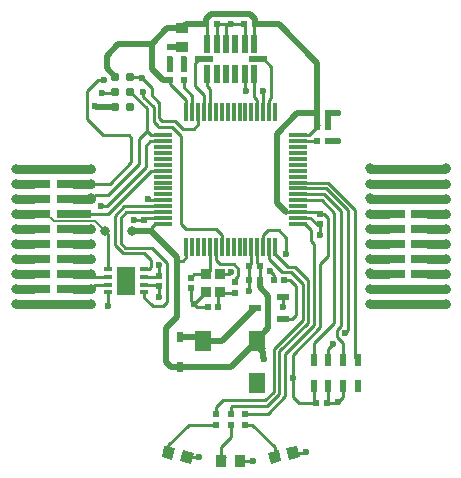
<source format=gtl>
G04 #@! TF.FileFunction,Copper,L1,Top,Signal*
%FSLAX46Y46*%
G04 Gerber Fmt 4.6, Leading zero omitted, Abs format (unit mm)*
G04 Created by KiCad (PCBNEW 4.1.0-alpha+201605071002+6776~44~ubuntu14.04.1-product) date Mon 23 May 2016 12:47:56 BST*
%MOMM*%
%LPD*%
G01*
G04 APERTURE LIST*
%ADD10C,0.100000*%
%ADD11R,0.620000X0.620000*%
%ADD12R,1.000000X0.950000*%
%ADD13R,0.950000X1.000000*%
%ADD14R,0.650000X0.350000*%
%ADD15R,0.800000X0.800000*%
%ADD16R,1.550000X2.400000*%
%ADD17R,0.550000X1.545000*%
%ADD18R,1.545000X0.550000*%
%ADD19R,0.600000X1.100000*%
%ADD20C,0.787000*%
%ADD21R,1.000000X0.600000*%
%ADD22R,2.920000X0.740000*%
%ADD23R,0.300000X1.500000*%
%ADD24R,1.500000X0.300000*%
%ADD25R,0.850000X0.950000*%
%ADD26R,1.400000X1.700000*%
%ADD27R,0.500000X0.900000*%
%ADD28C,0.600000*%
%ADD29C,0.800000*%
%ADD30C,0.280000*%
%ADD31C,0.740000*%
%ADD32C,0.500000*%
%ADD33C,0.200000*%
G04 APERTURE END LIST*
D10*
D11*
X93900000Y-103350000D03*
X93900000Y-104250000D03*
D12*
X95900000Y-82400000D03*
X95900000Y-84000000D03*
D11*
X97950000Y-82050000D03*
X98850000Y-82050000D03*
X102050000Y-82050000D03*
X101150000Y-82050000D03*
X107250000Y-114100000D03*
X108150000Y-114100000D03*
D10*
G36*
X96856494Y-118311458D02*
X96623049Y-119283828D01*
X95699298Y-119062054D01*
X95932743Y-118089684D01*
X96856494Y-118311458D01*
X96856494Y-118311458D01*
G37*
G36*
X95300702Y-117937946D02*
X95067257Y-118910316D01*
X94143506Y-118688542D01*
X94376951Y-117716172D01*
X95300702Y-117937946D01*
X95300702Y-117937946D01*
G37*
D13*
X100800000Y-119000000D03*
X99200000Y-119000000D03*
D10*
G36*
X105623049Y-117716172D02*
X105856494Y-118688542D01*
X104932743Y-118910316D01*
X104699298Y-117937946D01*
X105623049Y-117716172D01*
X105623049Y-117716172D01*
G37*
G36*
X104067257Y-118089684D02*
X104300702Y-119062054D01*
X103376951Y-119283828D01*
X103143506Y-118311458D01*
X104067257Y-118089684D01*
X104067257Y-118089684D01*
G37*
D14*
X92700000Y-104750000D03*
X92700000Y-104100000D03*
X92700000Y-103450000D03*
X92700000Y-102800000D03*
X89600000Y-102800000D03*
X89600000Y-103450000D03*
X89600000Y-104100000D03*
X89600000Y-104750000D03*
D15*
X91150000Y-104375000D03*
X91150000Y-103175000D03*
X91150000Y-104375000D03*
X91150000Y-103175000D03*
D16*
X91150000Y-103775000D03*
D17*
X102000000Y-83700000D03*
X101200000Y-83700000D03*
X100400000Y-83700000D03*
X99600000Y-83700000D03*
X98800000Y-83700000D03*
X98000000Y-83700000D03*
X98000000Y-86295000D03*
X98800000Y-86295000D03*
X99600000Y-86295000D03*
X100400000Y-86295000D03*
X101200000Y-86295000D03*
X102000000Y-86295000D03*
D18*
X102297500Y-85000000D03*
X97702500Y-85000000D03*
D19*
X107025000Y-112700000D03*
X108275000Y-112700000D03*
X109525000Y-112700000D03*
X110775000Y-112700000D03*
X110775000Y-110500000D03*
X109525000Y-110500000D03*
X108275000Y-110500000D03*
X107025000Y-110500000D03*
D20*
X90210000Y-86480000D03*
X91480000Y-86480000D03*
X90210000Y-87750000D03*
X91480000Y-87750000D03*
X90210000Y-89020000D03*
X91480000Y-89020000D03*
D21*
X104400000Y-107000000D03*
X104400000Y-105100000D03*
X102100000Y-106050000D03*
D11*
X103650000Y-103700000D03*
X104550000Y-103700000D03*
X98750000Y-115050000D03*
X98750000Y-115950000D03*
X100000000Y-115050000D03*
X100000000Y-115950000D03*
X101250000Y-115050000D03*
X101250000Y-115950000D03*
D22*
X113285000Y-94285000D03*
X116715000Y-94285000D03*
X113285000Y-95555000D03*
X116715000Y-95555000D03*
X113285000Y-96825000D03*
X116715000Y-96825000D03*
X113285000Y-98095000D03*
X116715000Y-98095000D03*
X113285000Y-99365000D03*
X116715000Y-99365000D03*
X113285000Y-100635000D03*
X116715000Y-100635000D03*
X113285000Y-101905000D03*
X116715000Y-101905000D03*
X113285000Y-103175000D03*
X116715000Y-103175000D03*
X113285000Y-104445000D03*
X116715000Y-104445000D03*
X113285000Y-105715000D03*
X116715000Y-105715000D03*
D11*
X96650000Y-104400000D03*
X96650000Y-103500000D03*
X108200000Y-90750000D03*
X107300000Y-90750000D03*
X92700000Y-98650000D03*
X92700000Y-99550000D03*
X101550000Y-103700000D03*
X102450000Y-103700000D03*
X98950000Y-106000000D03*
X98050000Y-106000000D03*
X107550000Y-99000000D03*
X107550000Y-98100000D03*
X94850000Y-85850000D03*
X94850000Y-86750000D03*
X101550000Y-102500000D03*
X102450000Y-102500000D03*
D23*
X96250000Y-100900000D03*
X96750000Y-100900000D03*
X97250000Y-100900000D03*
X97750000Y-100900000D03*
X98250000Y-100900000D03*
X98750000Y-100900000D03*
X99250000Y-100900000D03*
X99750000Y-100900000D03*
X100250000Y-100900000D03*
X100750000Y-100900000D03*
X101250000Y-100900000D03*
X101750000Y-100900000D03*
X102250000Y-100900000D03*
X102750000Y-100900000D03*
X103250000Y-100900000D03*
X103750000Y-100900000D03*
D24*
X105700000Y-98950000D03*
X105700000Y-98450000D03*
X105700000Y-97950000D03*
X105700000Y-97450000D03*
X105700000Y-96950000D03*
X105700000Y-96450000D03*
X105700000Y-95950000D03*
X105700000Y-95450000D03*
X105700000Y-94950000D03*
X105700000Y-94450000D03*
X105700000Y-93950000D03*
X105700000Y-93450000D03*
X105700000Y-92950000D03*
X105700000Y-92450000D03*
X105700000Y-91950000D03*
X105700000Y-91450000D03*
D23*
X103750000Y-89500000D03*
X103250000Y-89500000D03*
X102750000Y-89500000D03*
X102250000Y-89500000D03*
X101750000Y-89500000D03*
X101250000Y-89500000D03*
X100750000Y-89500000D03*
X100250000Y-89500000D03*
X99750000Y-89500000D03*
X99250000Y-89500000D03*
X98750000Y-89500000D03*
X98250000Y-89500000D03*
X97750000Y-89500000D03*
X97250000Y-89500000D03*
X96750000Y-89500000D03*
X96250000Y-89500000D03*
D24*
X94300000Y-91450000D03*
X94300000Y-91950000D03*
X94300000Y-92450000D03*
X94300000Y-92950000D03*
X94300000Y-93450000D03*
X94300000Y-93950000D03*
X94300000Y-94450000D03*
X94300000Y-94950000D03*
X94300000Y-95450000D03*
X94300000Y-95950000D03*
X94300000Y-96450000D03*
X94300000Y-96950000D03*
X94300000Y-97450000D03*
X94300000Y-97950000D03*
X94300000Y-98450000D03*
X94300000Y-98950000D03*
D22*
X83285000Y-94285000D03*
X86715000Y-94285000D03*
X83285000Y-95555000D03*
X86715000Y-95555000D03*
X83285000Y-96825000D03*
X86715000Y-96825000D03*
X83285000Y-98095000D03*
X86715000Y-98095000D03*
X83285000Y-99365000D03*
X86715000Y-99365000D03*
X83285000Y-100635000D03*
X86715000Y-100635000D03*
X83285000Y-101905000D03*
X86715000Y-101905000D03*
X83285000Y-103175000D03*
X86715000Y-103175000D03*
X83285000Y-104445000D03*
X86715000Y-104445000D03*
X83285000Y-105715000D03*
X86715000Y-105715000D03*
D25*
X97925000Y-103225000D03*
X97925000Y-104675000D03*
X99075000Y-104675000D03*
X99075000Y-103225000D03*
D11*
X100350000Y-104800000D03*
X100350000Y-103900000D03*
D26*
X102250000Y-108900000D03*
X97650000Y-108900000D03*
X102250000Y-112400000D03*
D11*
X108200000Y-89550000D03*
X107300000Y-89550000D03*
X96050000Y-86750000D03*
X96050000Y-85850000D03*
X107300000Y-91950000D03*
X108200000Y-91950000D03*
D27*
X95750000Y-111100000D03*
X95750000Y-108500000D03*
D28*
X93900000Y-102450000D03*
D29*
X88200000Y-101900000D03*
D28*
X100000000Y-82050000D03*
X94850000Y-85000000D03*
X96050000Y-85000000D03*
X109100000Y-91950000D03*
X109100000Y-89550000D03*
X93900000Y-105150000D03*
X93000000Y-96809990D03*
X91800000Y-98650000D03*
X107550000Y-99900000D03*
X91150000Y-103775000D03*
X96900000Y-105750000D03*
X100000000Y-103050000D03*
X104400000Y-106000000D03*
X109050000Y-114050000D03*
X106350000Y-118300000D03*
X101850000Y-119000000D03*
X97350000Y-118700000D03*
X89600000Y-105900000D03*
X101550000Y-104600000D03*
X88550000Y-89000000D03*
X94850000Y-84000000D03*
D29*
X111800000Y-105700000D03*
X118200000Y-105700000D03*
X118200000Y-94250000D03*
X111800000Y-94250000D03*
X88200000Y-105750000D03*
X81800000Y-105750000D03*
X88200000Y-94300000D03*
X81800000Y-94300000D03*
X89350000Y-99550000D03*
X91650000Y-99550000D03*
D28*
X102800000Y-110350000D03*
X105250028Y-112000000D03*
D29*
X81800000Y-98100000D03*
X88200000Y-103200000D03*
X88200000Y-104450000D03*
D28*
X92600000Y-87750000D03*
X89100000Y-87900000D03*
X92450000Y-86600000D03*
X89250000Y-86750000D03*
D29*
X88200000Y-95550000D03*
X88200000Y-96800000D03*
D28*
X89000000Y-97400000D03*
D29*
X111800000Y-95550000D03*
X118200000Y-95550000D03*
X111800000Y-96800000D03*
X118200000Y-96850000D03*
X111800000Y-98100000D03*
X118200000Y-98100000D03*
X111800000Y-99350000D03*
X118200000Y-99400000D03*
X111800000Y-100650000D03*
X118200000Y-100650000D03*
X111800000Y-101900000D03*
X118200000Y-101900000D03*
X111800000Y-103150000D03*
X118200000Y-103200000D03*
X111800000Y-104450000D03*
X118200000Y-104450000D03*
X81800000Y-100650000D03*
X81800000Y-99350000D03*
X81800000Y-96850000D03*
X88200000Y-99400000D03*
X81800000Y-95550000D03*
X88200000Y-100650000D03*
X81800000Y-101900000D03*
X81800000Y-103200000D03*
X81800000Y-104450000D03*
D28*
X102700000Y-87700000D03*
X101300000Y-87700000D03*
X104700000Y-101500000D03*
X103300000Y-102900000D03*
X108697445Y-109102555D03*
X109650000Y-108200000D03*
D30*
X93900000Y-103350000D02*
X93900000Y-102450000D01*
X92700000Y-103450000D02*
X93800000Y-103450000D01*
X93800000Y-103450000D02*
X93900000Y-103350000D01*
D31*
X86715000Y-101905000D02*
X88195000Y-101905000D01*
X88195000Y-101905000D02*
X88200000Y-101900000D01*
D30*
X107550000Y-99900000D02*
X107550000Y-99000000D01*
X98850000Y-82050000D02*
X99550000Y-82050000D01*
X99550000Y-82050000D02*
X100000000Y-82050000D01*
X99600000Y-83900000D02*
X99600000Y-82100000D01*
X99600000Y-82100000D02*
X99550000Y-82050000D01*
X100000000Y-82050000D02*
X101150000Y-82050000D01*
X101200000Y-83900000D02*
X101200000Y-82100000D01*
X101200000Y-82100000D02*
X101150000Y-82050000D01*
X98800000Y-83900000D02*
X98800000Y-82100000D01*
X98800000Y-82100000D02*
X98850000Y-82050000D01*
D32*
X94850000Y-85850000D02*
X94850000Y-85000000D01*
X96050000Y-85850000D02*
X96050000Y-85000000D01*
X108200000Y-91950000D02*
X109100000Y-91950000D01*
X108200000Y-89550000D02*
X109100000Y-89550000D01*
X108200000Y-89550000D02*
X108200000Y-90750000D01*
D30*
X93900000Y-104250000D02*
X93900000Y-105150000D01*
X94300000Y-96950000D02*
X93140010Y-96950000D01*
X93140010Y-96950000D02*
X93000000Y-96809990D01*
X92700000Y-98650000D02*
X91800000Y-98650000D01*
X92700000Y-98650000D02*
X92900000Y-98450000D01*
X92900000Y-98450000D02*
X94300000Y-98450000D01*
X101550000Y-102500000D02*
X101550000Y-103700000D01*
X101750000Y-100900000D02*
X101750000Y-102300000D01*
X101750000Y-102300000D02*
X101550000Y-102500000D01*
X96650000Y-105500000D02*
X96900000Y-105750000D01*
X96900000Y-105750000D02*
X97150000Y-106000000D01*
X97925000Y-104725000D02*
X96900000Y-105750000D01*
X96650000Y-104400000D02*
X96650000Y-105500000D01*
X97150000Y-106000000D02*
X98050000Y-106000000D01*
X97925000Y-104675000D02*
X97925000Y-104725000D01*
X99075000Y-103225000D02*
X99825000Y-103225000D01*
X99825000Y-103225000D02*
X100000000Y-103050000D01*
X104400000Y-105100000D02*
X104400000Y-106000000D01*
X108200000Y-90750000D02*
X108200000Y-90650000D01*
X105700000Y-98450000D02*
X106730000Y-98450000D01*
X106730000Y-98450000D02*
X107280000Y-99000000D01*
X107280000Y-99000000D02*
X107650000Y-99000000D01*
X109525000Y-112700000D02*
X109525000Y-113575000D01*
X109525000Y-113575000D02*
X109050000Y-114050000D01*
X108150000Y-114100000D02*
X109000000Y-114100000D01*
X109000000Y-114100000D02*
X109050000Y-114050000D01*
X105277896Y-118313244D02*
X106336756Y-118313244D01*
X106336756Y-118313244D02*
X106350000Y-118300000D01*
X100800000Y-119000000D02*
X101850000Y-119000000D01*
X96277896Y-118686756D02*
X97336756Y-118686756D01*
X97336756Y-118686756D02*
X97350000Y-118700000D01*
X89600000Y-104750000D02*
X89600000Y-105900000D01*
X92700000Y-104100000D02*
X93750000Y-104100000D01*
X93750000Y-104100000D02*
X93900000Y-104250000D01*
X108275000Y-112700000D02*
X108275000Y-113975000D01*
X108275000Y-113975000D02*
X108150000Y-114100000D01*
X98050000Y-104800000D02*
X97925000Y-104675000D01*
X97650000Y-104400000D02*
X97925000Y-104675000D01*
X101550000Y-103700000D02*
X101550000Y-104600000D01*
D32*
X90210000Y-89020000D02*
X88570000Y-89020000D01*
X88570000Y-89020000D02*
X88550000Y-89000000D01*
X95900000Y-84000000D02*
X94850000Y-84000000D01*
D31*
X113285000Y-105715000D02*
X111815000Y-105715000D01*
X111815000Y-105715000D02*
X111800000Y-105700000D01*
X118200000Y-105700000D02*
X118185000Y-105715000D01*
X118185000Y-105715000D02*
X116715000Y-105715000D01*
X116715000Y-94285000D02*
X118165000Y-94285000D01*
X118165000Y-94285000D02*
X118200000Y-94250000D01*
X111800000Y-94250000D02*
X111835000Y-94285000D01*
X111835000Y-94285000D02*
X113285000Y-94285000D01*
X88200000Y-105750000D02*
X88165000Y-105715000D01*
X88165000Y-105715000D02*
X86715000Y-105715000D01*
X83285000Y-105715000D02*
X81835000Y-105715000D01*
X81835000Y-105715000D02*
X81800000Y-105750000D01*
X88200000Y-94300000D02*
X88185000Y-94285000D01*
X88185000Y-94285000D02*
X86715000Y-94285000D01*
X83285000Y-94285000D02*
X81815000Y-94285000D01*
X81815000Y-94285000D02*
X81800000Y-94300000D01*
X116715000Y-94285000D02*
X113285000Y-94285000D01*
X116715000Y-105715000D02*
X113285000Y-105715000D01*
X83285000Y-105715000D02*
X86715000Y-105715000D01*
X86715000Y-94285000D02*
X83285000Y-94285000D01*
D32*
X102700000Y-110250000D02*
X102800000Y-110350000D01*
X102250000Y-109350000D02*
X102700000Y-109800000D01*
X102700000Y-109800000D02*
X102700000Y-110250000D01*
X102250000Y-108900000D02*
X102250000Y-109350000D01*
D30*
X105700000Y-97950000D02*
X104670000Y-97950000D01*
D32*
X104670000Y-97950000D02*
X103900000Y-97180000D01*
X103900000Y-97180000D02*
X103900000Y-91300000D01*
D30*
X107600000Y-107700000D02*
X107600000Y-102340010D01*
X107600000Y-102340010D02*
X108260001Y-101680009D01*
X108260001Y-101680009D02*
X108260001Y-98449999D01*
X108260001Y-98449999D02*
X107910002Y-98100000D01*
X107910002Y-98100000D02*
X107650000Y-98100000D01*
X105250028Y-110049972D02*
X107600000Y-107700000D01*
X105250028Y-112000000D02*
X105250028Y-110049972D01*
X93600000Y-98950000D02*
X93290000Y-99260000D01*
X93290000Y-99260000D02*
X93290000Y-99550000D01*
X94300000Y-98950000D02*
X93600000Y-98950000D01*
D32*
X95490000Y-101750000D02*
X95490000Y-102050000D01*
X95490000Y-102050000D02*
X95490000Y-106810000D01*
D30*
X96250000Y-101750000D02*
X95950000Y-102050000D01*
X95950000Y-102050000D02*
X95490000Y-102050000D01*
X96250000Y-100900000D02*
X96250000Y-101750000D01*
D32*
X94500000Y-110650000D02*
X94950000Y-111100000D01*
X95490000Y-106810000D02*
X94500000Y-107800000D01*
X94500000Y-107800000D02*
X94500000Y-110650000D01*
X94950000Y-111100000D02*
X95750000Y-111100000D01*
X95750000Y-111100000D02*
X100050000Y-111100000D01*
X100050000Y-111100000D02*
X102250000Y-108900000D01*
D33*
X88525001Y-98725001D02*
X89350000Y-99550000D01*
D30*
X89600000Y-102800000D02*
X89600000Y-99800000D01*
X89600000Y-99800000D02*
X89350000Y-99550000D01*
X102000000Y-83900000D02*
X102000000Y-82100000D01*
X102000000Y-82100000D02*
X102050000Y-82050000D01*
X98000000Y-83900000D02*
X98000000Y-82100000D01*
X98000000Y-82100000D02*
X97950000Y-82050000D01*
D32*
X98350000Y-81200000D02*
X101650000Y-81200000D01*
X101650000Y-81200000D02*
X102050000Y-81600000D01*
X102050000Y-82050000D02*
X102050000Y-81600000D01*
X97950000Y-81600000D02*
X98350000Y-81200000D01*
X97950000Y-82050000D02*
X97950000Y-81600000D01*
X102050000Y-82050000D02*
X104060000Y-82050000D01*
X104060000Y-82050000D02*
X107300000Y-85290000D01*
X107300000Y-85290000D02*
X107300000Y-89550000D01*
X97950000Y-82050000D02*
X96250000Y-82050000D01*
X96250000Y-82050000D02*
X95900000Y-82400000D01*
X93300000Y-85800000D02*
X94250000Y-86750000D01*
X94250000Y-86750000D02*
X94850000Y-86750000D01*
X93300000Y-83700000D02*
X93300000Y-85800000D01*
D30*
X96250000Y-88500000D02*
X94850000Y-87100000D01*
X94850000Y-87100000D02*
X94850000Y-86750000D01*
X96250000Y-89500000D02*
X96250000Y-88500000D01*
D32*
X107300000Y-90750000D02*
X107300000Y-89550000D01*
X107300000Y-89550000D02*
X105650000Y-89550000D01*
X105650000Y-89550000D02*
X103900000Y-91300000D01*
D33*
X83285000Y-98095000D02*
X84375000Y-98095000D01*
X84375000Y-98095000D02*
X85005001Y-98725001D01*
X85005001Y-98725001D02*
X88525001Y-98725001D01*
D32*
X96100000Y-82200000D02*
X95900000Y-82400000D01*
X94600000Y-82400000D02*
X93300000Y-83700000D01*
D30*
X96250000Y-89500000D02*
X96250000Y-88900000D01*
D32*
X92700000Y-99550000D02*
X91650000Y-99550000D01*
X95490000Y-101750000D02*
X93290000Y-99550000D01*
X93290000Y-99550000D02*
X92700000Y-99550000D01*
D30*
X102450000Y-102500000D02*
X102450000Y-103700000D01*
X102250000Y-100900000D02*
X102250000Y-102300000D01*
X102250000Y-102300000D02*
X102450000Y-102500000D01*
X102800000Y-109450000D02*
X102250000Y-108900000D01*
X105750000Y-114100000D02*
X105250028Y-113600028D01*
X105250028Y-113600028D02*
X105250028Y-112000000D01*
X107250000Y-114100000D02*
X105750000Y-114100000D01*
D32*
X102450000Y-103700000D02*
X102450000Y-104290000D01*
X102450000Y-104290000D02*
X103200000Y-105040000D01*
X103200000Y-105040000D02*
X103200000Y-107800000D01*
X103200000Y-107800000D02*
X102250000Y-108750000D01*
D30*
X107450000Y-90600000D02*
X107300000Y-90750000D01*
X105700000Y-97950000D02*
X107500000Y-97950000D01*
X107500000Y-97950000D02*
X107650000Y-98100000D01*
X107025000Y-112700000D02*
X107025000Y-113875000D01*
X107025000Y-113875000D02*
X107250000Y-114100000D01*
D32*
X95900000Y-82400000D02*
X94600000Y-82400000D01*
X89500000Y-85770000D02*
X90210000Y-86480000D01*
X93300000Y-83700000D02*
X90500000Y-83700000D01*
X90500000Y-83700000D02*
X89500000Y-84700000D01*
X89500000Y-84700000D02*
X89500000Y-85770000D01*
D30*
X105700000Y-91450000D02*
X106600000Y-91450000D01*
X106600000Y-91450000D02*
X107300000Y-90750000D01*
D31*
X83285000Y-98095000D02*
X81805000Y-98095000D01*
X81805000Y-98095000D02*
X81800000Y-98100000D01*
D30*
X105700000Y-91950000D02*
X107300000Y-91950000D01*
X94722104Y-118313244D02*
X94722104Y-117699037D01*
X96471141Y-115950000D02*
X98160000Y-115950000D01*
X94722104Y-117699037D02*
X96471141Y-115950000D01*
X98160000Y-115950000D02*
X98750000Y-115950000D01*
X99200000Y-117800000D02*
X100000000Y-117000000D01*
X100000000Y-117000000D02*
X100000000Y-115950000D01*
X99200000Y-119000000D02*
X99200000Y-117800000D01*
X99550000Y-118650000D02*
X99200000Y-119000000D01*
X101250000Y-115950000D02*
X101840000Y-115950000D01*
X101840000Y-115950000D02*
X103722104Y-117832104D01*
X103722104Y-117832104D02*
X103722104Y-118686756D01*
X89600000Y-103450000D02*
X88450000Y-103450000D01*
X88450000Y-103450000D02*
X88200000Y-103200000D01*
D31*
X88200000Y-103200000D02*
X88175000Y-103175000D01*
X88175000Y-103175000D02*
X86715000Y-103175000D01*
D30*
X89600000Y-104100000D02*
X88550000Y-104100000D01*
X88550000Y-104100000D02*
X88200000Y-104450000D01*
D31*
X86715000Y-104445000D02*
X88195000Y-104445000D01*
X88195000Y-104445000D02*
X88200000Y-104450000D01*
D30*
X99250000Y-100900000D02*
X99250000Y-99870000D01*
X99250000Y-99870000D02*
X98780000Y-99400000D01*
X98780000Y-99400000D02*
X96250000Y-99400000D01*
X95800000Y-91527998D02*
X95022002Y-90750000D01*
X96250000Y-99400000D02*
X95800000Y-98950000D01*
X95800000Y-98950000D02*
X95800000Y-91527998D01*
X95022002Y-90750000D02*
X93850000Y-90750000D01*
X93469990Y-89044254D02*
X92600000Y-88174264D01*
X92600000Y-88174264D02*
X92600000Y-87750000D01*
X93850000Y-90750000D02*
X93850000Y-90700000D01*
X93850000Y-90700000D02*
X93469990Y-90319990D01*
X93469990Y-90319990D02*
X93469990Y-89044254D01*
X89100000Y-87900000D02*
X90060000Y-87900000D01*
X90060000Y-87900000D02*
X90210000Y-87750000D01*
X92330000Y-86480000D02*
X92450000Y-86600000D01*
X92450000Y-86600000D02*
X93300000Y-87450000D01*
X91480000Y-86480000D02*
X92330000Y-86480000D01*
X93300000Y-87450000D02*
X93300000Y-88050000D01*
X93300000Y-88050000D02*
X93950000Y-88700000D01*
X93950000Y-88700000D02*
X93950000Y-90000000D01*
X97250000Y-90530000D02*
X97250000Y-89500000D01*
X93950000Y-90000000D02*
X94150000Y-90200000D01*
X94150000Y-90200000D02*
X95300000Y-90200000D01*
X95300000Y-90200000D02*
X96000000Y-90900000D01*
X96000000Y-90900000D02*
X96880000Y-90900000D01*
X96880000Y-90900000D02*
X97250000Y-90530000D01*
X87800000Y-87700000D02*
X88750000Y-86750000D01*
X88750000Y-86750000D02*
X89250000Y-86750000D01*
X87800000Y-90050000D02*
X87800000Y-87700000D01*
X89150000Y-91400000D02*
X87800000Y-90050000D01*
X91350000Y-91400000D02*
X89150000Y-91400000D01*
X91600000Y-91650000D02*
X91350000Y-91400000D01*
X91600000Y-93750000D02*
X91600000Y-91650000D01*
X89800000Y-95550000D02*
X91600000Y-93750000D01*
X88800000Y-95550000D02*
X89800000Y-95550000D01*
X88800000Y-95550000D02*
X88200000Y-95550000D01*
D31*
X88200000Y-95550000D02*
X88195000Y-95555000D01*
X88195000Y-95555000D02*
X86715000Y-95555000D01*
D30*
X92900000Y-91100000D02*
X92200000Y-91800000D01*
X92200000Y-91800000D02*
X92200000Y-93900000D01*
X92200000Y-93900000D02*
X89600000Y-96500000D01*
X89600000Y-96500000D02*
X88600000Y-96500000D01*
X88600000Y-96500000D02*
X88300000Y-96800000D01*
X88300000Y-96800000D02*
X88200000Y-96800000D01*
X92900000Y-91100000D02*
X93250000Y-91450000D01*
X93250000Y-91450000D02*
X94300000Y-91450000D01*
X92900000Y-89170000D02*
X92900000Y-91100000D01*
X91480000Y-87750000D02*
X92900000Y-89170000D01*
D31*
X86715000Y-96825000D02*
X88175000Y-96825000D01*
X88175000Y-96825000D02*
X88200000Y-96800000D01*
D30*
X92800000Y-94100000D02*
X89500000Y-97400000D01*
X89500000Y-97400000D02*
X89000000Y-97400000D01*
X92800000Y-92350000D02*
X92800000Y-94100000D01*
X93200000Y-91950000D02*
X92800000Y-92350000D01*
X94300000Y-91950000D02*
X93200000Y-91950000D01*
X93250000Y-94450000D02*
X89605000Y-98095000D01*
X89605000Y-98095000D02*
X86715000Y-98095000D01*
X94300000Y-94450000D02*
X93250000Y-94450000D01*
X105550000Y-104200000D02*
X105050000Y-103700000D01*
X105050000Y-103700000D02*
X104550000Y-103700000D01*
X105550000Y-106630000D02*
X105550000Y-104200000D01*
X104400000Y-107000000D02*
X105180000Y-107000000D01*
X105180000Y-107000000D02*
X105550000Y-106630000D01*
D31*
X113285000Y-95555000D02*
X111805000Y-95555000D01*
X111805000Y-95555000D02*
X111800000Y-95550000D01*
X118200000Y-95550000D02*
X118195000Y-95555000D01*
X118195000Y-95555000D02*
X116715000Y-95555000D01*
X116715000Y-95555000D02*
X113285000Y-95555000D01*
X111800000Y-96800000D02*
X111825000Y-96825000D01*
X111825000Y-96825000D02*
X113285000Y-96825000D01*
X116715000Y-96825000D02*
X118175000Y-96825000D01*
X118175000Y-96825000D02*
X118200000Y-96850000D01*
X116715000Y-96825000D02*
X113285000Y-96825000D01*
X113285000Y-98095000D02*
X111805000Y-98095000D01*
X111805000Y-98095000D02*
X111800000Y-98100000D01*
X118200000Y-98100000D02*
X118195000Y-98095000D01*
X118195000Y-98095000D02*
X116715000Y-98095000D01*
X111800000Y-99350000D02*
X111815000Y-99365000D01*
X111815000Y-99365000D02*
X113285000Y-99365000D01*
X116715000Y-99365000D02*
X118165000Y-99365000D01*
X118165000Y-99365000D02*
X118200000Y-99400000D01*
X113285000Y-100635000D02*
X111815000Y-100635000D01*
X111815000Y-100635000D02*
X111800000Y-100650000D01*
X118200000Y-100650000D02*
X118185000Y-100635000D01*
X118185000Y-100635000D02*
X116715000Y-100635000D01*
X111800000Y-101900000D02*
X111805000Y-101905000D01*
X111805000Y-101905000D02*
X113285000Y-101905000D01*
X116715000Y-101905000D02*
X118195000Y-101905000D01*
X118195000Y-101905000D02*
X118200000Y-101900000D01*
X113285000Y-103175000D02*
X111825000Y-103175000D01*
X111825000Y-103175000D02*
X111800000Y-103150000D01*
X118200000Y-103200000D02*
X118175000Y-103175000D01*
X118175000Y-103175000D02*
X116715000Y-103175000D01*
X111800000Y-104450000D02*
X111805000Y-104445000D01*
X111805000Y-104445000D02*
X113285000Y-104445000D01*
X116715000Y-104445000D02*
X118195000Y-104445000D01*
X118195000Y-104445000D02*
X118200000Y-104450000D01*
X116715000Y-104445000D02*
X113285000Y-104445000D01*
X83285000Y-100635000D02*
X81815000Y-100635000D01*
X81815000Y-100635000D02*
X81800000Y-100650000D01*
X81800000Y-99350000D02*
X81815000Y-99365000D01*
X81815000Y-99365000D02*
X83285000Y-99365000D01*
X81800000Y-96850000D02*
X81825000Y-96825000D01*
X81825000Y-96825000D02*
X83285000Y-96825000D01*
X86715000Y-99365000D02*
X88165000Y-99365000D01*
X88165000Y-99365000D02*
X88200000Y-99400000D01*
X83285000Y-95555000D02*
X81805000Y-95555000D01*
X81805000Y-95555000D02*
X81800000Y-95550000D01*
D30*
X97925000Y-103225000D02*
X96925000Y-103225000D01*
X96925000Y-103225000D02*
X96650000Y-103500000D01*
X98250000Y-100900000D02*
X98250000Y-102900000D01*
X98250000Y-102900000D02*
X97925000Y-103225000D01*
X98950000Y-106000000D02*
X98950000Y-104800000D01*
X98950000Y-104800000D02*
X99075000Y-104675000D01*
X100350000Y-104800000D02*
X99200000Y-104800000D01*
X99200000Y-104800000D02*
X99075000Y-104675000D01*
X96750000Y-88100000D02*
X96050000Y-87400000D01*
X96050000Y-87400000D02*
X96050000Y-86750000D01*
X96750000Y-89500000D02*
X96750000Y-88100000D01*
D31*
X88200000Y-100650000D02*
X88185000Y-100635000D01*
X88185000Y-100635000D02*
X86715000Y-100635000D01*
X81800000Y-101900000D02*
X81805000Y-101905000D01*
X81805000Y-101905000D02*
X83285000Y-101905000D01*
X83285000Y-103175000D02*
X81825000Y-103175000D01*
X81825000Y-103175000D02*
X81800000Y-103200000D01*
X81800000Y-104450000D02*
X81805000Y-104445000D01*
X81805000Y-104445000D02*
X83285000Y-104445000D01*
D30*
X99100000Y-102350000D02*
X98750000Y-102000000D01*
X98750000Y-102000000D02*
X98750000Y-100900000D01*
X100247202Y-102350000D02*
X99100000Y-102350000D01*
X100350000Y-103900000D02*
X100350000Y-103647202D01*
X100350000Y-103647202D02*
X100640001Y-103357201D01*
X100640001Y-103357201D02*
X100640001Y-102742799D01*
X100640001Y-102742799D02*
X100247202Y-102350000D01*
D32*
X95750000Y-108500000D02*
X97250000Y-108500000D01*
X97250000Y-108500000D02*
X97650000Y-108900000D01*
X97650000Y-108900000D02*
X99250000Y-108900000D01*
X99250000Y-108900000D02*
X102100000Y-106050000D01*
D30*
X102912002Y-113900000D02*
X99310000Y-113900000D01*
X99310000Y-113900000D02*
X98750000Y-114460000D01*
X98750000Y-114460000D02*
X98750000Y-115050000D01*
X103250000Y-100900000D02*
X103250000Y-101930000D01*
X103250000Y-101930000D02*
X104369999Y-103049999D01*
X104369999Y-103049999D02*
X105132001Y-103049999D01*
X103650000Y-109550000D02*
X103650000Y-113162002D01*
X103650000Y-113162002D02*
X102912002Y-113900000D01*
X106090001Y-107109999D02*
X103650000Y-109550000D01*
X105132001Y-103049999D02*
X106090001Y-104007999D01*
X106090001Y-104007999D02*
X106090001Y-107109999D01*
X100000000Y-115050000D02*
X100000000Y-114460000D01*
X100000000Y-114460000D02*
X100079990Y-114380010D01*
X104130009Y-113360829D02*
X104130010Y-109748826D01*
X106570011Y-103670011D02*
X105469990Y-102569990D01*
X100079990Y-114380010D02*
X103110828Y-114380010D01*
X103110828Y-114380010D02*
X104130009Y-113360829D01*
X104130010Y-109748826D02*
X106570010Y-107308826D01*
X106570010Y-107308826D02*
X106570011Y-103670011D01*
X103750000Y-101500000D02*
X103750000Y-100900000D01*
X105469990Y-102569990D02*
X104819990Y-102569990D01*
X104819990Y-102569990D02*
X103750000Y-101500000D01*
X101250000Y-115050000D02*
X103119674Y-115050000D01*
X103119674Y-115050000D02*
X104610018Y-113559656D01*
X104610018Y-113559656D02*
X104610019Y-109947653D01*
X107050019Y-107507653D02*
X107050019Y-100650019D01*
X104610019Y-109947653D02*
X107050019Y-107507653D01*
X107050019Y-100650019D02*
X106800000Y-100400000D01*
X106800000Y-100400000D02*
X106800000Y-99450000D01*
X106800000Y-99450000D02*
X106300000Y-98950000D01*
X106300000Y-98950000D02*
X105700000Y-98950000D01*
X97750000Y-89500000D02*
X97750000Y-88050000D01*
X97750000Y-88050000D02*
X97000000Y-87300000D01*
X97000000Y-87300000D02*
X97000000Y-85300000D01*
X97000000Y-85300000D02*
X97300000Y-85000000D01*
X97300000Y-85000000D02*
X97902500Y-85000000D01*
X97450000Y-85000000D02*
X97902500Y-85000000D01*
X103250000Y-89500000D02*
X103250000Y-88470000D01*
X102800000Y-85000000D02*
X102097500Y-85000000D01*
X103250000Y-88470000D02*
X103450000Y-88270000D01*
X103450000Y-88270000D02*
X103450000Y-85650000D01*
X103450000Y-85650000D02*
X102800000Y-85000000D01*
X102750000Y-89500000D02*
X102750000Y-87750000D01*
X102750000Y-87750000D02*
X102700000Y-87700000D01*
X101200000Y-86095000D02*
X101200000Y-87600000D01*
X101200000Y-87600000D02*
X101300000Y-87700000D01*
X102000000Y-88200000D02*
X102250000Y-88450000D01*
X102250000Y-88450000D02*
X102250000Y-89500000D01*
X102000000Y-86095000D02*
X102000000Y-88200000D01*
X98000000Y-87300000D02*
X98250000Y-87550000D01*
X98250000Y-87550000D02*
X98250000Y-89500000D01*
X98000000Y-86095000D02*
X98000000Y-87300000D01*
X104700000Y-101500000D02*
X104700000Y-100150000D01*
X104700000Y-100150000D02*
X104050000Y-99500000D01*
X104050000Y-99500000D02*
X103120000Y-99500000D01*
X102750000Y-99870000D02*
X102750000Y-100900000D01*
X103120000Y-99500000D02*
X102750000Y-99870000D01*
X103650000Y-103700000D02*
X103650000Y-103250000D01*
X103650000Y-103250000D02*
X103300000Y-102900000D01*
X105700000Y-95450000D02*
X108268510Y-95450000D01*
X108268510Y-95450000D02*
X110550000Y-97731490D01*
X110550000Y-97731490D02*
X110550000Y-110275000D01*
X110550000Y-110275000D02*
X110775000Y-110500000D01*
X105700000Y-96950000D02*
X107732002Y-96950000D01*
X107732002Y-96950000D02*
X108780011Y-97998009D01*
X108780011Y-97998009D02*
X108780011Y-107319989D01*
X107025000Y-110500000D02*
X107025000Y-109075000D01*
X107025000Y-109075000D02*
X108780011Y-107319989D01*
X105700000Y-96450000D02*
X107910838Y-96450000D01*
X107910838Y-96450000D02*
X109342799Y-97881961D01*
X109342799Y-97881961D02*
X109342799Y-107559999D01*
X109342799Y-107559999D02*
X109009999Y-107892799D01*
X109009999Y-107892799D02*
X109009999Y-108509999D01*
X109009999Y-108509999D02*
X109525000Y-109025000D01*
X109525000Y-109025000D02*
X109525000Y-110500000D01*
X105700000Y-95950000D02*
X108089674Y-95950000D01*
X108089674Y-95950000D02*
X109949999Y-97810325D01*
X109949999Y-97810325D02*
X109949999Y-107900001D01*
X109949999Y-107900001D02*
X109650000Y-108200000D01*
X108697445Y-109102555D02*
X108275000Y-109525000D01*
X108275000Y-109525000D02*
X108275000Y-110500000D01*
X90200000Y-100750000D02*
X90902798Y-101452798D01*
X90902798Y-101452798D02*
X92702798Y-101452798D01*
X90200000Y-98250000D02*
X90200000Y-100750000D01*
X91000000Y-97450000D02*
X90200000Y-98250000D01*
X94300000Y-97450000D02*
X91000000Y-97450000D01*
X92700000Y-101452798D02*
X92702798Y-101452798D01*
X93259999Y-102640001D02*
X93100000Y-102800000D01*
X92702798Y-101452798D02*
X93259999Y-102009999D01*
X93259999Y-102009999D02*
X93259999Y-102640001D01*
X93100000Y-102800000D02*
X92700000Y-102800000D01*
X94300000Y-97950000D02*
X91178836Y-97950000D01*
X91178836Y-97950000D02*
X90680010Y-98448826D01*
X90680010Y-98448826D02*
X90680010Y-100551174D01*
X93347202Y-100950000D02*
X94650000Y-102252798D01*
X90680010Y-100551174D02*
X91078836Y-100950000D01*
X92700000Y-105205000D02*
X92700000Y-104750000D01*
X91078836Y-100950000D02*
X93347202Y-100950000D01*
X94650000Y-102252798D02*
X94650000Y-105550000D01*
X94650000Y-105550000D02*
X94300000Y-105900000D01*
X94300000Y-105900000D02*
X93400000Y-105900000D01*
X93400000Y-105900000D02*
X93240001Y-105740001D01*
X93240001Y-105740001D02*
X93235001Y-105740001D01*
X93235001Y-105740001D02*
X92700000Y-105205000D01*
M02*

</source>
